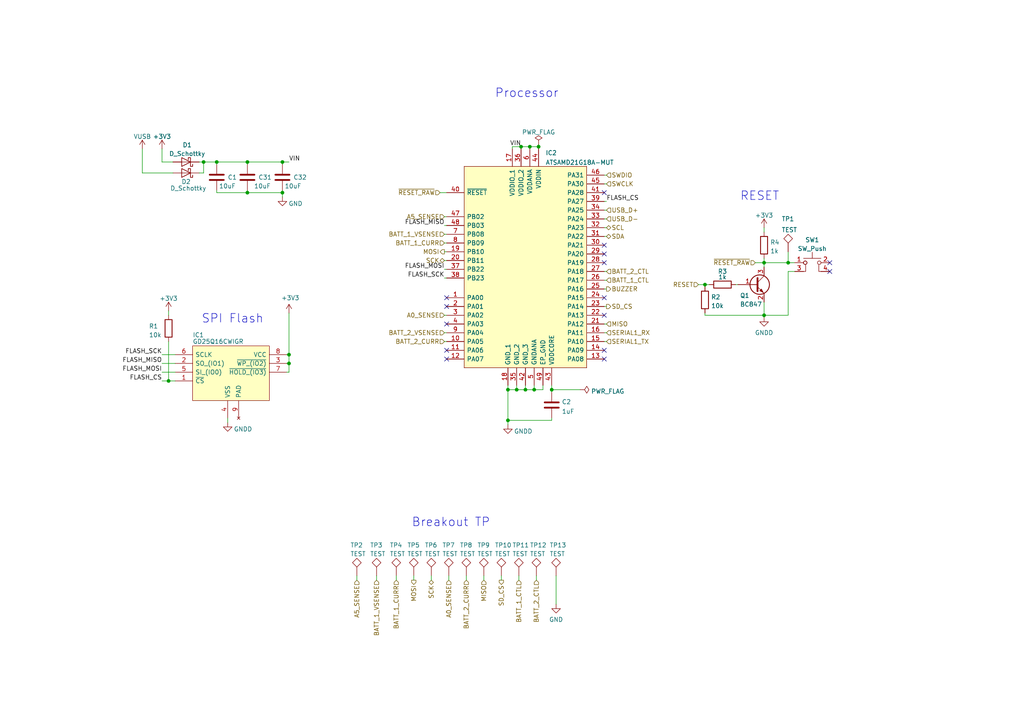
<source format=kicad_sch>
(kicad_sch (version 20211123) (generator eeschema)
  (paper "A4")
  (lib_symbols
    (symbol "0.power-symbols:+3.3V" (power) (pin_names (offset 0))
      (property "Value" "+3.3V" (at 0 3.556 0))
      (symbol "+3.3V_0_1"
        (polyline (pts (xy -0.762 1.27) (xy 0 2.54)))
        (polyline (pts (xy 0 0) (xy 0 2.54)))
        (polyline (pts (xy 0 2.54) (xy 0.762 1.27)))
      )
      (symbol "+3.3V_1_1"
        (pin power_in line (at 0 0 90) (length 0) hide (name "+3V3") (number "1"))
      )
    )
    (symbol "0.power-symbols:GND" (power) (pin_names (offset 0))
      (property "Value" "GND" (at 0 -3.81 0))
      (symbol "GND_0_1"
        (polyline (pts (xy 0 0) (xy 0 -1.27) (xy 1.27 -1.27) (xy 0 -2.54) (xy -1.27 -1.27) (xy 0 -1.27)))
      )
      (symbol "GND_1_1"
        (pin power_in line (at 0 0 270) (length 0) hide (name "GND") (number "1"))
      )
    )
    (symbol "0.power-symbols:GNDD" (power) (pin_names (offset 0))
      (property "Value" "GNDD" (at 0 -3.81 0))
      (symbol "GNDD_0_1"
        (polyline (pts (xy 0 0) (xy 0 -1.27) (xy 1.27 -1.27) (xy 0 -2.54) (xy -1.27 -1.27) (xy 0 -1.27)))
      )
      (symbol "GNDD_1_1"
        (pin power_in line (at 0 0 270) (length 0) hide (name "GNDD") (number "1"))
      )
    )
    (symbol "0.power-symbols:PWR_FLAG" (power) (pin_numbers hide) (pin_names (offset 0) hide)
      (property "Value" "PWR_FLAG" (at 0 3.81 0))
      (symbol "PWR_FLAG_0_0"
        (pin power_out line (at 0 0 90) (length 0) (name "pwr") (number "1"))
      )
      (symbol "PWR_FLAG_0_1"
        (polyline (pts (xy 0 0) (xy 0 1.27) (xy -1.016 1.905) (xy 0 2.54) (xy 1.016 1.905) (xy 0 1.27)))
      )
    )
    (symbol "0.power-symbols:VUSB" (power) (pin_names (offset 0))
      (property "Value" "VUSB" (at 0 3.556 0))
      (symbol "VUSB_0_1"
        (polyline (pts (xy -0.762 1.27) (xy 0 2.54)))
        (polyline (pts (xy 0 0) (xy 0 2.54)))
        (polyline (pts (xy 0 2.54) (xy 0.762 1.27)))
      )
      (symbol "VUSB_1_1"
        (pin power_in line (at 0 0 90) (length 0) hide (name "VUSB") (number "1"))
      )
    )
    (symbol "1.semi.discrete:BC847" (pin_names (offset 0) hide)
      (property "Reference" "Q" (at 5.08 1.27 0))
      (property "Value" "BC847" (at 5.08 -1.27 0))
      (symbol "BC847_0_1"
        (polyline (pts (xy 0.635 0.635) (xy 2.54 2.54)))
        (polyline (pts (xy 0.635 -0.635) (xy 2.54 -2.54) (xy 2.54 -2.54)))
        (polyline (pts (xy 0.635 1.905) (xy 0.635 -1.905) (xy 0.635 -1.905)) (stroke (width 0.508)))
        (polyline (pts (xy 1.27 -1.778) (xy 1.778 -1.27) (xy 2.286 -2.286) (xy 1.27 -1.778) (xy 1.27 -1.778)) (fill (type outline)))
        (circle (center 1.27 0) (radius 2.8194) (stroke (width 0.254)))
      )
      (symbol "BC847_1_1"
        (pin input line (at -5.08 0 0) (length 5.715) (name "B") (number "1"))
        (pin passive line (at 2.54 -5.08 90) (length 2.54) (name "E") (number "2"))
        (pin passive line (at 2.54 5.08 270) (length 2.54) (name "C") (number "3"))
      )
    )
    (symbol "1.semi.discrete:D_Schottky" (pin_numbers hide) (pin_names (offset 1.016) hide)
      (property "Reference" "D" (at 0 2.54 0))
      (property "Value" "D_Schottky" (at 0 -2.54 0))
      (symbol "D_Schottky_0_1"
        (polyline (pts (xy 1.27 0) (xy -1.27 0)))
        (polyline (pts (xy 1.27 1.27) (xy 1.27 -1.27) (xy -1.27 0) (xy 1.27 1.27)) (stroke (width 0.2032)))
        (polyline (pts (xy -1.905 0.635) (xy -1.905 1.27) (xy -1.27 1.27) (xy -1.27 -1.27) (xy -0.635 -1.27) (xy -0.635 -0.635)) (stroke (width 0.2032)))
      )
      (symbol "D_Schottky_1_1"
        (pin passive line (at -3.81 0 0) (length 2.54) (name "K") (number "1"))
        (pin passive line (at 3.81 0 180) (length 2.54) (name "A") (number "2"))
      )
    )
    (symbol "1.semi.embedded:GD25Q16CWIGR" (pin_names (offset 0.762))
      (property "Reference" "IC" (at -11.43 32.385 0))
      (property "Value" "GD25Q16CWIGR" (at -11.43 29.845 0))
      (symbol "GD25Q16CWIGR_0_0"
        (pin input line (at -16.51 -2.54 0) (length 5.08) (name "~{CS}") (number "1"))
        (pin bidirectional line (at -16.51 2.54 0) (length 5.08) (name "SO_(IO1)") (number "2"))
        (pin input line (at 15.875 2.54 180) (length 5.08) (name "~{WP_(IO2)}") (number "3"))
        (pin power_in line (at -1.27 -13.335 90) (length 5.08) (name "VSS") (number "4"))
        (pin bidirectional line (at -16.51 0 0) (length 5.08) (name "SI_(IO0)") (number "5"))
        (pin input line (at -16.51 5.08 0) (length 5.08) (name "SCLK") (number "6"))
        (pin input line (at 15.875 0 180) (length 5.08) (name "~{HOLD_(IO3)}") (number "7"))
        (pin power_in line (at 15.875 5.08 180) (length 5.08) (name "VCC") (number "8"))
        (pin no_connect line (at 1.905 -13.335 90) (length 5.08) (name "PAD") (number "9"))
      )
      (symbol "GD25Q16CWIGR_0_1"
        (polyline (pts (xy -11.43 7.62) (xy 10.795 7.62) (xy 10.795 -8.255) (xy -1.27 -8.255) (xy -11.43 -8.255) (xy -11.43 7.62)) (stroke (width 0.1524)) (fill (type background)))
      )
    )
    (symbol "1.semi.embedded_samdx:ATSAMD21G18A-MUT" (pin_names (offset 0.762))
      (property "Reference" "IC" (at 32.385 29.21 0))
      (property "Value" "ATSAMD21G18A-MUT" (at 32.385 26.67 0))
      (symbol "ATSAMD21G18A-MUT_0_0"
        (pin passive line (at -22.86 -7.62 0) (length 5.08) (name "PA00") (number "1"))
        (pin passive line (at -22.86 -20.32 0) (length 5.08) (name "PA05") (number "10"))
        (pin passive line (at -22.86 -22.86 0) (length 5.08) (name "PA06") (number "11"))
        (pin passive line (at -22.86 -25.4 0) (length 5.08) (name "PA07") (number "12"))
        (pin passive line (at 22.86 -25.4 180) (length 5.08) (name "PA08") (number "13"))
        (pin passive line (at 22.86 -22.86 180) (length 5.08) (name "PA09") (number "14"))
        (pin passive line (at 22.86 -20.32 180) (length 5.08) (name "PA10") (number "15"))
        (pin passive line (at 22.86 -17.78 180) (length 5.08) (name "PA11") (number "16"))
        (pin power_in line (at -3.81 35.56 270) (length 5.08) (name "VDDIO_1") (number "17"))
        (pin power_in line (at -5.08 -33.02 90) (length 5.08) (name "GND_1") (number "18"))
        (pin passive line (at -22.86 5.715 0) (length 5.08) (name "PB10") (number "19"))
        (pin passive line (at -22.86 -10.16 0) (length 5.08) (name "PA01") (number "2"))
        (pin passive line (at -22.86 3.175 0) (length 5.08) (name "PB11") (number "20"))
        (pin passive line (at 22.86 -15.24 180) (length 5.08) (name "PA12") (number "21"))
        (pin passive line (at 22.86 -12.7 180) (length 5.08) (name "PA13") (number "22"))
        (pin passive line (at 22.86 -10.16 180) (length 5.08) (name "PA14") (number "23"))
        (pin passive line (at 22.86 -7.62 180) (length 5.08) (name "PA15") (number "24"))
        (pin passive line (at 22.86 -5.08 180) (length 5.08) (name "PA16") (number "25"))
        (pin passive line (at 22.86 -2.54 180) (length 5.08) (name "PA17") (number "26"))
        (pin passive line (at 22.86 0 180) (length 5.08) (name "PA18") (number "27"))
        (pin passive line (at 22.86 2.54 180) (length 5.08) (name "PA19") (number "28"))
        (pin passive line (at 22.86 5.08 180) (length 5.08) (name "PA20") (number "29"))
        (pin passive line (at -22.86 -12.7 0) (length 5.08) (name "PA02") (number "3"))
        (pin passive line (at 22.86 7.62 180) (length 5.08) (name "PA21") (number "30"))
        (pin passive line (at 22.86 10.16 180) (length 5.08) (name "PA22") (number "31"))
        (pin passive line (at 22.86 12.7 180) (length 5.08) (name "PA23") (number "32"))
        (pin passive line (at 22.86 15.24 180) (length 5.08) (name "PA24") (number "33"))
        (pin passive line (at 22.86 17.78 180) (length 5.08) (name "PA25") (number "34"))
        (pin power_in line (at -2.54 -33.02 90) (length 5.08) (name "GND_2") (number "35"))
        (pin power_in line (at -1.27 35.56 270) (length 5.08) (name "VDDIO_2") (number "36"))
        (pin passive line (at -22.86 0.635 0) (length 5.08) (name "PB22") (number "37"))
        (pin passive line (at -22.86 -1.905 0) (length 5.08) (name "PB23") (number "38"))
        (pin passive line (at 22.86 20.32 180) (length 5.08) (name "PA27") (number "39"))
        (pin passive line (at -22.86 -15.24 0) (length 5.08) (name "PA03") (number "4"))
        (pin passive line (at -22.86 22.86 0) (length 5.08) (name "~{RESET}") (number "40"))
        (pin passive line (at 22.86 22.86 180) (length 5.08) (name "PA28") (number "41"))
        (pin power_in line (at 0 -33.02 90) (length 5.08) (name "GND_3") (number "42"))
        (pin power_in line (at 7.62 -33.02 90) (length 5.08) (name "VDDCORE") (number "43"))
        (pin power_in line (at 3.81 35.56 270) (length 5.08) (name "VDDIN") (number "44"))
        (pin passive line (at 22.86 25.4 180) (length 5.08) (name "PA30") (number "45"))
        (pin passive line (at 22.86 27.94 180) (length 5.08) (name "PA31") (number "46"))
        (pin passive line (at -22.86 15.875 0) (length 5.08) (name "PB02") (number "47"))
        (pin passive line (at -22.86 13.335 0) (length 5.08) (name "PB03") (number "48"))
        (pin power_in line (at 5.08 -33.02 90) (length 5.08) (name "EP_GND") (number "49"))
        (pin power_in line (at 2.54 -33.02 90) (length 5.08) (name "GNDANA") (number "5"))
        (pin power_in line (at 1.27 35.56 270) (length 5.08) (name "VDDANA") (number "6"))
        (pin passive line (at -22.86 10.795 0) (length 5.08) (name "PB08") (number "7"))
        (pin passive line (at -22.86 8.255 0) (length 5.08) (name "PB09") (number "8"))
        (pin passive line (at -22.86 -17.78 0) (length 5.08) (name "PA04") (number "9"))
      )
      (symbol "ATSAMD21G18A-MUT_0_1"
        (polyline (pts (xy -17.78 30.48) (xy 17.78 30.48) (xy 17.78 -27.94) (xy -17.78 -27.94) (xy -17.78 30.48)) (stroke (width 0.1524)) (fill (type background)))
      )
    )
    (symbol "2.passive:C" (pin_numbers hide) (pin_names (offset 0.254))
      (property "Reference" "C" (at 0.635 2.54 0))
      (property "Value" "C" (at 0.635 -2.54 0))
      (symbol "C_0_1"
        (polyline (pts (xy -2.032 -0.762) (xy 2.032 -0.762)) (stroke (width 0.508)))
        (polyline (pts (xy -2.032 0.762) (xy 2.032 0.762)) (stroke (width 0.508)))
      )
      (symbol "C_1_1"
        (pin passive line (at 0 3.81 270) (length 2.794) (name "~") (number "1"))
        (pin passive line (at 0 -3.81 90) (length 2.794) (name "~") (number "2"))
      )
    )
    (symbol "2.passive:R" (pin_numbers hide) (pin_names (offset 0))
      (property "Reference" "R" (at 2.032 0 90))
      (property "Value" "R" (at 0 0 90))
      (symbol "R_0_1"
        (rectangle (start -1.016 -2.54) (end 1.016 2.54) (stroke (width 0.254)))
      )
      (symbol "R_1_1"
        (pin passive line (at 0 3.81 270) (length 1.27) (name "~") (number "1"))
        (pin passive line (at 0 -3.81 90) (length 1.27) (name "~") (number "2"))
      )
    )
    (symbol "3.electromechanical.switch:SW_Push" (pin_names (offset 1.016) hide)
      (property "Reference" "SW" (at 1.27 2.54 0))
      (property "Value" "SW_Push" (at 0 -3.81 0))
      (symbol "SW_Push_0_1"
        (circle (center -2.032 0) (radius 0.508))
        (circle (center -2.032 0) (radius 0.508))
        (polyline (pts (xy 0 1.27) (xy 0 3.048)))
        (polyline (pts (xy 2.54 1.27) (xy -2.54 1.27)))
        (polyline (pts (xy -2.54 -2.54) (xy -1.905 -2.54) (xy -1.905 -0.635)))
        (polyline (pts (xy 2.54 -2.54) (xy 1.905 -2.54) (xy 1.905 -0.635)))
        (circle (center 2.032 0) (radius 0.508))
        (pin input line (at -5.08 0 0) (length 2.54) (name "1") (number "1"))
        (pin input line (at 5.08 0 180) (length 2.54) (name "2") (number "2"))
      )
      (symbol "SW_Push_1_1"
        (pin passive line (at -5.08 -2.54 0) (length 2.54) (name "3") (number "3"))
        (pin passive line (at 5.08 -2.54 180) (length 2.54) (name "4") (number "4"))
      )
    )
    (symbol "5.connector.interconnect:TEST" (pin_numbers hide) (pin_names (offset 1.016) hide)
      (property "Reference" "TP" (at 0 7.62 0))
      (property "Value" "TEST" (at 0 6.35 0))
      (symbol "TEST_0_1"
        (polyline (pts (xy 0 5.08) (xy -1.27 3.81) (xy 0 2.54) (xy 1.27 3.81) (xy 0 5.08) (xy 0 5.08)))
      )
      (symbol "TEST_1_1"
        (pin passive line (at 0 0 90) (length 2.54) (name "~") (number "1"))
      )
    )
  )
  (junction (at 152.4 113.03))
  (junction (at 154.94 113.03))
  (junction (at 149.86 113.03))
  (junction (at 83.82 105.41))
  (junction (at 147.32 113.03))
  (junction (at 221.615 76.2))
  (junction (at 71.755 55.88))
  (junction (at 48.895 110.49))
  (junction (at 151.13 42.545))
  (junction (at 147.32 121.92))
  (junction (at 221.615 91.44))
  (junction (at 153.67 42.545))
  (junction (at 62.865 46.99))
  (junction (at 156.21 42.545))
  (junction (at 160.02 113.03))
  (junction (at 204.47 82.55))
  (junction (at 228.6 76.2))
  (junction (at 83.82 102.87))
  (junction (at 81.915 55.88))
  (junction (at 81.915 46.99))
  (junction (at 59.055 46.99))
  (junction (at 71.755 46.99))
  (no_connect (at 129.54 93.98))
  (no_connect (at 240.665 78.74))
  (no_connect (at 175.26 91.44))
  (no_connect (at 175.26 86.36))
  (no_connect (at 175.26 76.2))
  (no_connect (at 129.54 101.6))
  (no_connect (at 175.26 104.14))
  (no_connect (at 175.26 101.6))
  (no_connect (at 129.54 86.36))
  (no_connect (at 129.54 104.14))
  (no_connect (at 240.665 76.2))
  (no_connect (at 175.26 73.66))
  (no_connect (at 175.26 55.88))
  (no_connect (at 175.26 71.12))
  (no_connect (at 129.54 88.9))
  (wire (pts (xy 153.67 42.545) (xy 153.67 43.18)))
  (wire (pts (xy 202.565 82.55) (xy 204.47 82.55)))
  (wire (pts (xy 71.755 46.99) (xy 81.915 46.99)))
  (wire (pts (xy 221.615 91.44) (xy 221.615 92.075)))
  (wire (pts (xy 147.32 113.03) (xy 147.32 121.92)))
  (wire (pts (xy 150.495 167.005) (xy 150.495 168.275)))
  (wire (pts (xy 228.6 73.025) (xy 228.6 76.2)))
  (wire (pts (xy 62.865 47.625) (xy 62.865 46.99)))
  (wire (pts (xy 152.4 113.03) (xy 152.4 111.76)))
  (wire (pts (xy 127.635 55.88) (xy 129.54 55.88)))
  (wire (pts (xy 145.415 167.005) (xy 145.415 168.275)))
  (wire (pts (xy 175.26 99.06) (xy 175.895 99.06)))
  (wire (pts (xy 204.47 91.44) (xy 204.47 90.805)))
  (wire (pts (xy 128.905 62.865) (xy 129.54 62.865)))
  (wire (pts (xy 228.6 78.74) (xy 228.6 91.44)))
  (wire (pts (xy 221.615 66.04) (xy 221.615 67.31)))
  (wire (pts (xy 160.02 121.92) (xy 147.32 121.92)))
  (wire (pts (xy 83.185 107.95) (xy 83.82 107.95)))
  (wire (pts (xy 57.785 46.99) (xy 59.055 46.99)))
  (wire (pts (xy 128.905 78.105) (xy 129.54 78.105)))
  (wire (pts (xy 140.335 167.005) (xy 140.335 168.275)))
  (wire (pts (xy 153.67 42.545) (xy 156.21 42.545)))
  (wire (pts (xy 62.865 55.245) (xy 62.865 55.88)))
  (wire (pts (xy 128.905 67.945) (xy 129.54 67.945)))
  (wire (pts (xy 59.055 46.99) (xy 59.055 50.165)))
  (wire (pts (xy 128.905 65.405) (xy 129.54 65.405)))
  (wire (pts (xy 221.615 87.63) (xy 221.615 91.44)))
  (wire (pts (xy 128.905 80.645) (xy 129.54 80.645)))
  (wire (pts (xy 204.47 91.44) (xy 221.615 91.44)))
  (wire (pts (xy 81.915 46.99) (xy 83.82 46.99)))
  (wire (pts (xy 83.82 105.41) (xy 83.82 107.95)))
  (wire (pts (xy 41.275 43.18) (xy 41.275 50.165)))
  (wire (pts (xy 147.32 113.03) (xy 147.32 111.76)))
  (wire (pts (xy 46.99 105.41) (xy 50.8 105.41)))
  (wire (pts (xy 46.99 107.95) (xy 50.8 107.95)))
  (wire (pts (xy 120.015 167.005) (xy 120.015 168.275)))
  (wire (pts (xy 213.36 82.55) (xy 213.995 82.55)))
  (wire (pts (xy 83.82 90.805) (xy 83.82 102.87)))
  (wire (pts (xy 147.32 121.92) (xy 147.32 123.19)))
  (wire (pts (xy 175.26 78.74) (xy 175.895 78.74)))
  (wire (pts (xy 59.055 50.165) (xy 57.785 50.165)))
  (wire (pts (xy 151.13 42.545) (xy 153.67 42.545)))
  (wire (pts (xy 81.915 55.88) (xy 81.915 57.15)))
  (wire (pts (xy 147.32 113.03) (xy 149.86 113.03)))
  (wire (pts (xy 204.47 82.55) (xy 205.74 82.55)))
  (wire (pts (xy 175.895 68.58) (xy 175.26 68.58)))
  (wire (pts (xy 62.865 55.88) (xy 71.755 55.88)))
  (wire (pts (xy 156.21 42.545) (xy 156.21 43.18)))
  (wire (pts (xy 154.94 113.03) (xy 154.94 111.76)))
  (wire (pts (xy 66.04 122.555) (xy 66.04 121.285)))
  (wire (pts (xy 160.02 111.76) (xy 160.02 113.03)))
  (wire (pts (xy 125.095 167.005) (xy 125.095 168.275)))
  (wire (pts (xy 109.22 167.005) (xy 109.22 168.275)))
  (wire (pts (xy 48.895 99.06) (xy 48.895 110.49)))
  (wire (pts (xy 175.26 53.34) (xy 175.895 53.34)))
  (wire (pts (xy 128.905 75.565) (xy 129.54 75.565)))
  (wire (pts (xy 175.26 83.82) (xy 175.895 83.82)))
  (wire (pts (xy 151.13 42.545) (xy 151.13 43.18)))
  (wire (pts (xy 175.26 81.28) (xy 175.895 81.28)))
  (wire (pts (xy 160.02 113.03) (xy 168.275 113.03)))
  (wire (pts (xy 149.86 113.03) (xy 152.4 113.03)))
  (wire (pts (xy 228.6 78.74) (xy 230.505 78.74)))
  (wire (pts (xy 221.615 91.44) (xy 228.6 91.44)))
  (wire (pts (xy 175.26 50.8) (xy 175.895 50.8)))
  (wire (pts (xy 204.47 82.55) (xy 204.47 83.185)))
  (wire (pts (xy 128.905 91.44) (xy 129.54 91.44)))
  (wire (pts (xy 103.505 167.005) (xy 103.505 168.275)))
  (wire (pts (xy 128.905 70.485) (xy 129.54 70.485)))
  (wire (pts (xy 130.175 167.005) (xy 130.175 168.275)))
  (wire (pts (xy 135.255 167.005) (xy 135.255 168.275)))
  (wire (pts (xy 71.755 55.245) (xy 71.755 55.88)))
  (wire (pts (xy 161.29 167.005) (xy 161.29 175.26)))
  (wire (pts (xy 228.6 76.2) (xy 230.505 76.2)))
  (wire (pts (xy 221.615 76.2) (xy 221.615 77.47)))
  (wire (pts (xy 83.82 102.87) (xy 83.82 105.41)))
  (wire (pts (xy 148.59 42.545) (xy 151.13 42.545)))
  (wire (pts (xy 175.26 88.9) (xy 175.895 88.9)))
  (wire (pts (xy 46.99 46.99) (xy 50.165 46.99)))
  (wire (pts (xy 71.755 47.625) (xy 71.755 46.99)))
  (wire (pts (xy 149.86 113.03) (xy 149.86 111.76)))
  (wire (pts (xy 219.075 76.2) (xy 221.615 76.2)))
  (wire (pts (xy 41.275 50.165) (xy 50.165 50.165)))
  (wire (pts (xy 71.755 55.88) (xy 81.915 55.88)))
  (wire (pts (xy 62.865 46.99) (xy 71.755 46.99)))
  (wire (pts (xy 175.895 66.04) (xy 175.26 66.04)))
  (wire (pts (xy 156.21 41.91) (xy 156.21 42.545)))
  (wire (pts (xy 83.185 102.87) (xy 83.82 102.87)))
  (wire (pts (xy 221.615 76.2) (xy 228.6 76.2)))
  (wire (pts (xy 175.26 93.98) (xy 175.895 93.98)))
  (wire (pts (xy 152.4 113.03) (xy 154.94 113.03)))
  (wire (pts (xy 128.905 99.06) (xy 129.54 99.06)))
  (wire (pts (xy 114.935 167.005) (xy 114.935 168.275)))
  (wire (pts (xy 175.895 58.42) (xy 175.26 58.42)))
  (wire (pts (xy 48.895 110.49) (xy 50.8 110.49)))
  (wire (pts (xy 59.055 46.99) (xy 62.865 46.99)))
  (wire (pts (xy 46.99 43.18) (xy 46.99 46.99)))
  (wire (pts (xy 160.02 113.03) (xy 160.02 113.665)))
  (wire (pts (xy 160.02 121.92) (xy 160.02 121.285)))
  (wire (pts (xy 128.905 73.025) (xy 129.54 73.025)))
  (wire (pts (xy 81.915 47.625) (xy 81.915 46.99)))
  (wire (pts (xy 83.185 105.41) (xy 83.82 105.41)))
  (wire (pts (xy 46.99 110.49) (xy 48.895 110.49)))
  (wire (pts (xy 154.94 113.03) (xy 157.48 113.03)))
  (wire (pts (xy 157.48 113.03) (xy 157.48 111.76)))
  (wire (pts (xy 175.26 96.52) (xy 175.895 96.52)))
  (wire (pts (xy 175.895 60.96) (xy 175.26 60.96)))
  (wire (pts (xy 46.99 102.87) (xy 50.8 102.87)))
  (wire (pts (xy 148.59 42.545) (xy 148.59 43.18)))
  (wire (pts (xy 221.615 74.93) (xy 221.615 76.2)))
  (wire (pts (xy 155.575 167.005) (xy 155.575 168.275)))
  (wire (pts (xy 48.895 90.17) (xy 48.895 91.44)))
  (wire (pts (xy 128.905 96.52) (xy 129.54 96.52)))
  (wire (pts (xy 175.26 63.5) (xy 175.895 63.5)))
  (wire (pts (xy 81.915 55.245) (xy 81.915 55.88)))
  (text "SPI Flash" (at 58.42 93.98 0) (effects (font (size 2.4892 2.4892)) (justify left bottom)))
  (text "RESET" (at 214.63 58.42 0) (effects (font (size 2.4892 2.4892)) (justify left bottom)))
  (text "Breakout TP" (at 119.38 153.035 0) (effects (font (size 2.4892 2.4892)) (justify left bottom)))
  (text "Processor" (at 143.51 28.575 0) (effects (font (size 2.4892 2.4892)) (justify left bottom)))
  (label "FLASH_CS" (at 46.99 110.49 180))
  (label "FLASH_MISO" (at 128.905 65.405 180))
  (label "FLASH_MOSI" (at 46.99 107.95 180))
  (label "VIN" (at 151.13 42.545 180))
  (label "VIN" (at 83.82 46.99 0))
  (label "FLASH_MISO" (at 46.99 105.41 180))
  (label "FLASH_SCK" (at 46.99 102.87 180))
  (label "FLASH_MOSI" (at 128.905 78.105 180))
  (label "FLASH_CS" (at 175.895 58.42 0))
  (label "FLASH_SCK" (at 128.905 80.645 180))
  (hierarchical_label "MOSI" (shape output) (at 120.015 168.275 270))
  (hierarchical_label "SCK" (shape bidirectional) (at 128.905 75.565 180))
  (hierarchical_label "BATT_2_CURR" (shape input) (at 128.905 99.06 180))
  (hierarchical_label "SCK" (shape bidirectional) (at 125.095 168.275 270))
  (hierarchical_label "BATT_2_CTL" (shape input) (at 155.575 168.275 270))
  (hierarchical_label "SERIAL1_RX" (shape input) (at 175.895 96.52 0))
  (hierarchical_label "BATT_1_CURR" (shape input) (at 114.935 168.275 270))
  (hierarchical_label "BATT_2_CTL" (shape input) (at 175.895 78.74 0))
  (hierarchical_label "MOSI" (shape output) (at 128.905 73.025 180))
  (hierarchical_label "BATT_1_CTL" (shape input) (at 150.495 168.275 270))
  (hierarchical_label "SCL" (shape bidirectional) (at 175.895 66.04 0))
  (hierarchical_label "USB_D-" (shape input) (at 175.895 63.5 0))
  (hierarchical_label "MISO" (shape input) (at 140.335 168.275 270))
  (hierarchical_label "A5_SENSE" (shape input) (at 103.505 168.275 270))
  (hierarchical_label "A0_SENSE" (shape input) (at 128.905 91.44 180))
  (hierarchical_label "SD_CS" (shape output) (at 175.895 88.9 0))
  (hierarchical_label "~{RESET_RAW}" (shape input) (at 127.635 55.88 180))
  (hierarchical_label "MISO" (shape input) (at 175.895 93.98 0))
  (hierarchical_label "BUZZER" (shape output) (at 175.895 83.82 0))
  (hierarchical_label "BATT_1_VSENSE" (shape input) (at 109.22 168.275 270))
  (hierarchical_label "BATT_2_VSENSE" (shape input) (at 128.905 96.52 180))
  (hierarchical_label "SWDIO" (shape input) (at 175.895 50.8 0))
  (hierarchical_label "USB_D+" (shape input) (at 175.895 60.96 0))
  (hierarchical_label "A0_SENSE" (shape input) (at 130.175 168.275 270))
  (hierarchical_label "~{RESET_RAW}" (shape input) (at 219.075 76.2 180))
  (hierarchical_label "SDA" (shape bidirectional) (at 175.895 68.58 0))
  (hierarchical_label "A5_SENSE" (shape input) (at 128.905 62.865 180))
  (hierarchical_label "RESET" (shape input) (at 202.565 82.55 180))
  (hierarchical_label "BATT_1_CURR" (shape input) (at 128.905 70.485 180))
  (hierarchical_label "SWCLK" (shape input) (at 175.895 53.34 0))
  (hierarchical_label "BATT_1_VSENSE" (shape input) (at 128.905 67.945 180))
  (hierarchical_label "BATT_1_CTL" (shape input) (at 175.895 81.28 0))
  (hierarchical_label "SERIAL1_TX" (shape input) (at 175.895 99.06 0))
  (hierarchical_label "BATT_2_CURR" (shape input) (at 135.255 168.275 270))
  (hierarchical_label "SD_CS" (shape output) (at 145.415 168.275 270))
  (symbol (lib_id "5.connector.interconnect:TEST") (at 125.095 167.005 0) (unit 1)
    (property "Reference" "TP6" (at 123.19 158.115 0) (effects (justify left)))
    (property "Value" "TEST" (at 123.19 160.6519 0) (effects (justify left)))
    (property "Footprint" "0_misc:test_point_2mm_square" (effects hide))
  )
  (symbol (lib_id "1.semi.discrete:D_Schottky") (at 53.975 50.165 180) (unit 1)
    (property "Reference" "D2" (at 53.975 52.705 0))
    (property "Value" "D_Schottky" (at 54.61 54.61 0))
    (property "Footprint" "1_Semi_Discrete_Diodes_SMD:D_SOD-323" (effects hide))
  )
  (symbol (lib_id "0.power-symbols:GND") (at 81.915 57.15 0) (unit 1)
    (property "Reference" "#PWR018" (effects hide))
    (property "Value" "GND" (at 85.725 59.055 0))
  )
  (symbol (lib_id "5.connector.interconnect:TEST") (at 161.29 167.005 0) (unit 1)
    (property "Reference" "TP13" (at 159.385 158.115 0) (effects (justify left)))
    (property "Value" "TEST" (at 159.385 160.6519 0) (effects (justify left)))
    (property "Footprint" "0_misc:test_point_2mm_square" (effects hide))
  )
  (symbol (lib_id "0.power-symbols:+3.3V") (at 221.615 66.04 0) (unit 1)
    (property "Reference" "#PWR020" (effects hide))
    (property "Value" "+3.3V" (at 221.615 62.4642 0))
  )
  (symbol (lib_id "0.power-symbols:GND") (at 161.29 175.26 0) (unit 1)
    (property "Reference" "#PWR0139" (effects hide))
    (property "Value" "GND" (at 161.29 179.7034 0))
  )
  (symbol (lib_id "0.power-symbols:+3.3V") (at 83.82 90.805 0) (unit 1)
    (property "Reference" "#PWR015" (effects hide))
    (property "Value" "+3.3V" (at 84.201 86.4108 0))
  )
  (symbol (lib_id "1.semi.embedded:GD25Q16CWIGR") (at 67.31 107.95 0) (unit 1)
    (property "Reference" "IC1" (at 55.88 97.155 0) (effects (justify left)))
    (property "Value" "GD25Q16CWIGR" (at 55.88 99.06 0) (effects (justify left)))
    (property "Footprint" "1_Semi_Misc:PSON50P200X300X50-9N" (effects hide))
    (property "Datasheet" "https://ms.componentsearchengine.com/Datasheets/1/GD25Q16CWIGR.pdf" (effects hide))
  )
  (symbol (lib_id "5.connector.interconnect:TEST") (at 135.255 167.005 0) (unit 1)
    (property "Reference" "TP8" (at 133.35 158.115 0) (effects (justify left)))
    (property "Value" "TEST" (at 133.35 160.6519 0) (effects (justify left)))
    (property "Footprint" "0_misc:test_point_2mm_square" (effects hide))
  )
  (symbol (lib_id "5.connector.interconnect:TEST") (at 150.495 167.005 0) (unit 1)
    (property "Reference" "TP11" (at 148.59 158.115 0) (effects (justify left)))
    (property "Value" "TEST" (at 148.59 160.6519 0) (effects (justify left)))
    (property "Footprint" "0_misc:test_point_2mm_square" (effects hide))
  )
  (symbol (lib_id "5.connector.interconnect:TEST") (at 109.22 167.005 0) (unit 1)
    (property "Reference" "TP3" (at 107.315 158.115 0) (effects (justify left)))
    (property "Value" "TEST" (at 107.315 160.6519 0) (effects (justify left)))
    (property "Footprint" "0_misc:test_point_2mm_square" (effects hide))
  )
  (symbol (lib_id "2.passive:R") (at 221.615 71.12 0) (unit 1)
    (property "Reference" "R4" (at 223.393 70.2853 0) (effects (justify left)))
    (property "Value" "1k" (at 223.393 72.8222 0) (effects (justify left)))
    (property "Footprint" "2_Passives_Resistors_SMD_IPC:R_1608_603_B" (effects hide))
  )
  (symbol (lib_id "5.connector.interconnect:TEST") (at 155.575 167.005 0) (unit 1)
    (property "Reference" "TP12" (at 153.67 158.115 0) (effects (justify left)))
    (property "Value" "TEST" (at 153.67 160.6519 0) (effects (justify left)))
    (property "Footprint" "0_misc:test_point_2mm_square" (effects hide))
  )
  (symbol (lib_id "0.power-symbols:GNDD") (at 221.615 92.075 0) (unit 1)
    (property "Reference" "#PWR021" (effects hide))
    (property "Value" "GNDD" (at 221.615 96.5184 0))
  )
  (symbol (lib_id "0.power-symbols:+3.3V") (at 46.99 43.18 0) (unit 1)
    (property "Reference" "#PWR017" (effects hide))
    (property "Value" "+3.3V" (at 46.99 39.6042 0))
  )
  (symbol (lib_id "5.connector.interconnect:TEST") (at 130.175 167.005 0) (unit 1)
    (property "Reference" "TP7" (at 128.27 158.115 0) (effects (justify left)))
    (property "Value" "TEST" (at 128.27 160.6519 0) (effects (justify left)))
    (property "Footprint" "0_misc:test_point_2mm_square" (effects hide))
  )
  (symbol (lib_id "1.semi.discrete:BC847") (at 219.075 82.55 0) (unit 1)
    (property "Reference" "Q1" (at 214.63 85.725 0) (effects (justify left)))
    (property "Value" "BC847" (at 214.63 88.265 0) (effects (justify left)))
    (property "Footprint" "1_Semi_TO_SOT:SOT-23" (effects hide))
    (property "PN" "400,000,003" (effects hide))
  )
  (symbol (lib_id "5.connector.interconnect:TEST") (at 120.015 167.005 0) (unit 1)
    (property "Reference" "TP5" (at 118.11 158.115 0) (effects (justify left)))
    (property "Value" "TEST" (at 118.11 160.6519 0) (effects (justify left)))
    (property "Footprint" "0_misc:test_point_2mm_square" (effects hide))
  )
  (symbol (lib_id "0.power-symbols:+3.3V") (at 48.895 90.17 0) (unit 1)
    (property "Reference" "#PWR013" (effects hide))
    (property "Value" "+3.3V" (at 48.895 86.5655 0))
  )
  (symbol (lib_id "2.passive:R") (at 204.47 86.995 180) (unit 1)
    (property "Reference" "R2" (at 206.248 86.1603 0) (effects (justify right)))
    (property "Value" "10k" (at 206.248 88.6972 0) (effects (justify right)))
    (property "Footprint" "2_Passives_Resistors_SMD_IPC:R_1608_603_B" (effects hide))
  )
  (symbol (lib_id "2.passive:C") (at 71.755 51.435 0) (unit 1)
    (property "Reference" "C31" (at 74.93 51.435 0) (effects (justify left)))
    (property "Value" "10uF" (at 73.66 53.975 0) (effects (justify left)))
    (property "Footprint" "2_Passives_Capacitors_SMD_IPC:C_1608_603_B" (effects hide))
    (property "PN" "100,000,013" (effects hide))
  )
  (symbol (lib_id "5.connector.interconnect:TEST") (at 103.505 167.005 0) (unit 1)
    (property "Reference" "TP2" (at 101.6 158.115 0) (effects (justify left)))
    (property "Value" "TEST" (at 101.6 160.6519 0) (effects (justify left)))
    (property "Footprint" "0_misc:test_point_2mm_square" (effects hide))
  )
  (symbol (lib_id "2.passive:R") (at 209.55 82.55 270) (unit 1)
    (property "Reference" "R3" (at 209.55 78.74 90))
    (property "Value" "1k" (at 209.55 80.3711 90))
    (property "Footprint" "2_Passives_Resistors_SMD_IPC:R_1608_603_B" (effects hide))
  )
  (symbol (lib_id "0.power-symbols:GNDD") (at 66.04 122.555 0) (unit 1)
    (property "Reference" "#PWR014" (effects hide))
    (property "Value" "GNDD" (at 70.485 124.46 0))
  )
  (symbol (lib_id "2.passive:R") (at 48.895 95.25 0) (unit 1)
    (property "Reference" "R1" (at 43.18 94.615 0) (effects (justify left)))
    (property "Value" "10k" (at 43.18 97.155 0) (effects (justify left)))
    (property "Footprint" "2_Passives_Resistors_SMD_IPC:R_1608_603_B" (effects hide))
    (property "PN" "200,000,004" (effects hide))
  )
  (symbol (lib_id "1.semi.embedded_samdx:ATSAMD21G18A-MUT") (at 152.4 78.74 0) (unit 1)
    (property "Reference" "IC2" (at 158.2294 44.3443 0) (effects (justify left)))
    (property "Value" "ATSAMD21G18A-MUT" (at 158.2294 47.1194 0) (effects (justify left)))
    (property "Footprint" "1_Semi_QFN:QFN50P700X700X90-49N-D" (effects hide))
    (property "Datasheet" "https://datasheet.datasheetarchive.com/originals/distributors/DKDS41/DSANUWW0026743.pdf" (effects hide))
  )
  (symbol (lib_id "2.passive:C") (at 160.02 117.475 0) (unit 1)
    (property "Reference" "C2" (at 162.941 116.5665 0) (effects (justify left)))
    (property "Value" "1uF" (at 162.941 119.3416 0) (effects (justify left)))
    (property "Footprint" "2_Passives_Capacitors_SMD_IPC:C_1608_603_B" (effects hide))
    (property "Part" "0603YC105KAT2A" (effects hide))
  )
  (symbol (lib_id "5.connector.interconnect:TEST") (at 145.415 167.005 0) (unit 1)
    (property "Reference" "TP10" (at 143.51 158.115 0) (effects (justify left)))
    (property "Value" "TEST" (at 143.51 160.6519 0) (effects (justify left)))
    (property "Footprint" "0_misc:test_point_2mm_square" (effects hide))
  )
  (symbol (lib_id "5.connector.interconnect:TEST") (at 114.935 167.005 0) (unit 1)
    (property "Reference" "TP4" (at 113.03 158.115 0) (effects (justify left)))
    (property "Value" "TEST" (at 113.03 160.6519 0) (effects (justify left)))
    (property "Footprint" "0_misc:test_point_2mm_square" (effects hide))
  )
  (symbol (lib_id "1.semi.discrete:D_Schottky") (at 53.975 46.99 180) (unit 1)
    (property "Reference" "D1" (at 54.2925 42.0456 0))
    (property "Value" "D_Schottky" (at 54.2925 44.5825 0))
    (property "Footprint" "1_Semi_Discrete_Diodes_SMD:D_SOD-323" (effects hide))
  )
  (symbol (lib_id "5.connector.interconnect:TEST") (at 228.6 73.025 0) (unit 1)
    (property "Reference" "TP1" (at 226.695 63.5 0) (effects (justify left)))
    (property "Value" "TEST" (at 226.695 66.675 0) (effects (justify left)))
    (property "Footprint" "0_misc:test_point_1.0mm_square" (effects hide))
  )
  (symbol (lib_id "0.power-symbols:GNDD") (at 147.32 123.19 0) (unit 1)
    (property "Reference" "#PWR019" (effects hide))
    (property "Value" "GNDD" (at 151.765 125.095 0))
  )
  (symbol (lib_id "2.passive:C") (at 81.915 51.435 0) (unit 1)
    (property "Reference" "C32" (at 85.09 51.435 0) (effects (justify left)))
    (property "Value" "10uF" (at 82.55 53.975 0) (effects (justify left)))
    (property "Footprint" "2_Passives_Capacitors_SMD_IPC:C_1608_603_B" (effects hide))
    (property "PN" "100,000,013" (effects hide))
  )
  (symbol (lib_id "2.passive:C") (at 62.865 51.435 0) (unit 1)
    (property "Reference" "C1" (at 66.04 51.435 0) (effects (justify left)))
    (property "Value" "10uF" (at 63.5 53.975 0) (effects (justify left)))
    (property "Footprint" "2_Passives_Capacitors_SMD_IPC:C_1608_603_B" (effects hide))
    (property "PN" "100,000,013" (effects hide))
  )
  (symbol (lib_id "0.power-symbols:PWR_FLAG") (at 168.275 113.03 270) (unit 1)
    (property "Reference" "#FLG01" (effects hide))
    (property "Value" "PWR_FLAG" (at 171.45 113.509 90) (effects (justify left)))
  )
  (symbol (lib_id "0.power-symbols:PWR_FLAG") (at 156.21 41.91 0) (unit 1)
    (property "Reference" "#FLG03" (effects hide))
    (property "Value" "PWR_FLAG" (at 156.21 38.3342 0))
  )
  (symbol (lib_id "0.power-symbols:VUSB") (at 41.275 43.18 0) (unit 1)
    (property "Reference" "#PWR016" (effects hide))
    (property "Value" "VUSB" (at 41.275 39.6042 0))
  )
  (symbol (lib_id "3.electromechanical.switch:SW_Push") (at 235.585 76.2 0) (unit 1)
    (property "Reference" "SW1" (at 235.585 69.5792 0))
    (property "Value" "SW_Push" (at 235.585 72.1161 0))
    (property "Footprint" "3_Electromechanical_Buttons_Switches_SMD:CK_PTS645_SMD" (effects hide))
  )
  (symbol (lib_id "5.connector.interconnect:TEST") (at 140.335 167.005 0) (unit 1)
    (property "Reference" "TP9" (at 138.43 158.115 0) (effects (justify left)))
    (property "Value" "TEST" (at 138.43 160.6519 0) (effects (justify left)))
    (property "Footprint" "0_misc:test_point_2mm_square" (effects hide))
  )
)
</source>
